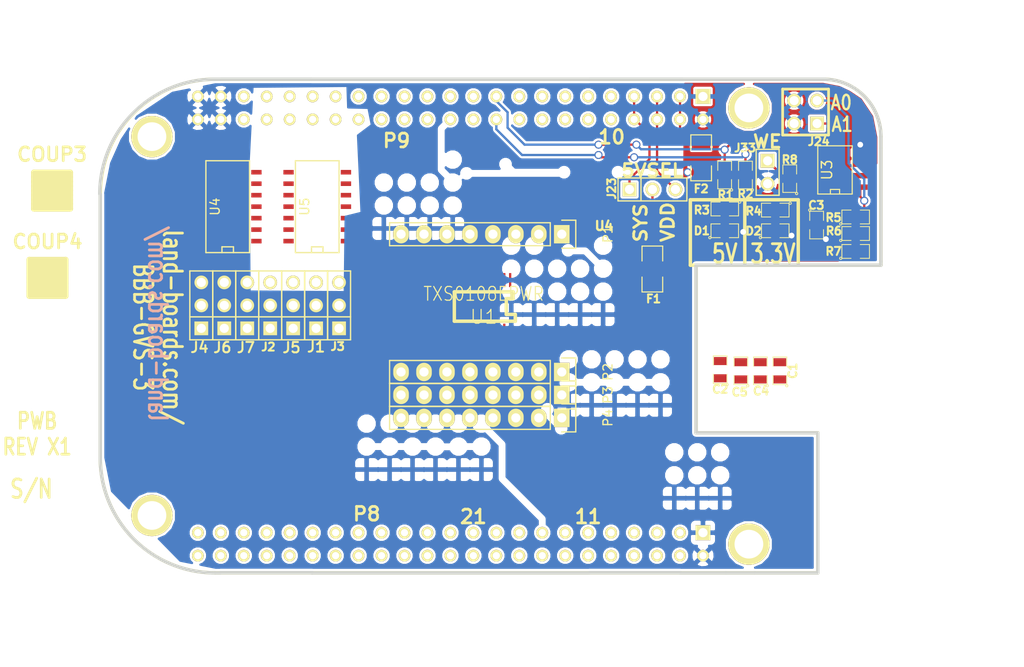
<source format=kicad_pcb>
(kicad_pcb (version 4) (host pcbnew "(after 2015-mar-04 BZR unknown)-product")
  (title_block (title "Prototype cape for BeagleBone") (date "17 aug 2014") (rev 0.3) (company "Jacek Radzikowski <jacek.radzikowski@gmail.com>"))
  (layers (0 Front signal) (31 Back signal) (36 B.SilkS user) (37 F.SilkS user) (38 B.Mask user) (39 F.Mask user) (44 Edge.Cuts user))
  (net 0 "")
  (net 1 GND)
  (net 2 VDD_3V3EXP)
  (net 3 VDD_5V)
  (net 4 VDD_5V-UF)
  (net 5 VDD_3V3-UF)
  (net 6 SYS_5V)
  (net 7 GNDA_ADC)
  (net 8 AIN6)
  (net 9 AIN5)
  (net 10 AIN2)
  (net 11 AIN1)
  (net 12 "Net-(D1-Pad1)")
  (net 13 "Net-(D2-Pad1)")
  (net 14 "Net-(F1-Pad2)")
  (net 15 VDD_ADC)
  (net 16 "Net-(J1-Pad3)")
  (net 17 "Net-(J2-Pad3)")
  (net 18 "Net-(J3-Pad3)")
  (net 19 "Net-(J4-Pad3)")
  (net 20 "/BBB EEPROM Power Etc/A1")
  (net 21 "/BBB EEPROM Power Etc/A0")
  (net 22 "Net-(J33-Pad1)")
  (net 23 "/BBB EEPROM Power Etc/I2C2_SCL")
  (net 24 "/BBB EEPROM Power Etc/I2C2_SDA")
  (net 25 "/BBB EEPROM Power Etc/A2")
  (net 26 +5V)
  (net 27 "/16-bit Translator/VDD_3V3EXP")
  (net 28 AIN4)
  (net 29 AIN3)
  (net 30 AIN0)
  (net 31 "Net-(J5-Pad3)")
  (net 32 "Net-(J6-Pad3)")
  (net 33 "Net-(J7-Pad3)")
  (net 34 "Net-(P2-Pad8)")
  (net 35 "Net-(P2-Pad7)")
  (net 36 "Net-(P2-Pad6)")
  (net 37 "Net-(P2-Pad5)")
  (net 38 "Net-(P2-Pad4)")
  (net 39 "Net-(P2-Pad3)")
  (net 40 "Net-(P2-Pad2)")
  (net 41 "Net-(P2-Pad1)")
  (net 42 "Net-(P1-Pad1)")
  (net 43 "Net-(P1-Pad2)")
  (net 44 "Net-(P1-Pad3)")
  (net 45 "Net-(P1-Pad4)")
  (net 46 "Net-(P1-Pad5)")
  (net 47 "Net-(P1-Pad6)")
  (net 48 "Net-(P1-Pad7)")
  (net 49 "Net-(P1-Pad8)")
  (module SM1206 (layer Front) (at 154.8 73.7 90)
    (fp_text reference F1 (at -3.302 0.127 180) (layer F.SilkS) (effects (font (size 0.889 0.889) (thickness 0.22225))))
    (fp_text value FUSE hide)
    (pad 1 smd rect (at -1.651 0 90) (size 1.524 2.032) (layers Front F.Mask) (net 3 VDD_5V))
    (pad 2 smd rect (at 1.651 0 90) (size 1.524 2.032) (layers Front F.Mask) (net 14 "Net-(F1-Pad2)"))
  )
  (module SM0805 (layer Front) (at 172.974 68.834 270)
    (fp_text reference C3 (at -2.1844 0.03556 360) (layer F.SilkS) (effects (font (size 0.889 0.889) (thickness 0.22225))))
    (fp_text value 1uF hide)
    (pad 1 smd rect (at -0.9525 0 270) (size 0.889 1.397) (layers Front F.Mask) (net 2 VDD_3V3EXP))
    (pad 2 smd rect (at 0.9525 0 270) (size 0.889 1.397) (layers Front F.Mask) (net 1 GND))
  )
  (module SM0805 (layer Front) (at 164.592 84.963 90)
    (fp_text reference C5 (at -2.3495 -0.127 180) (layer F.SilkS) (effects (font (size 0.889 0.889) (thickness 0.22225))))
    (fp_text value 104 hide)
    (pad 1 smd rect (at -0.9525 0 90) (size 0.889 1.397) (layers Front F.Mask) (net 3 VDD_5V))
    (pad 2 smd rect (at 0.9525 0 90) (size 0.889 1.397) (layers Front F.Mask) (net 1 GND))
  )
  (module SM0805 (layer Front) (at 162.306 84.836 90)
    (fp_text reference C2 (at -2.159 0 180) (layer F.SilkS) (effects (font (size 0.889 0.889) (thickness 0.22225))))
    (fp_text value 104 hide)
    (pad 1 smd rect (at -0.9525 0 90) (size 0.889 1.397) (layers Front F.Mask) (net 3 VDD_5V))
    (pad 2 smd rect (at 0.9525 0 90) (size 0.889 1.397) (layers Front F.Mask) (net 1 GND))
  )
  (module SM0805 (layer Front) (at 166.751 84.963 90)
    (fp_text reference C4 (at -2.2352 0.0762 180) (layer F.SilkS) (effects (font (size 0.889 0.889) (thickness 0.22225))))
    (fp_text value 104 hide)
    (pad 1 smd rect (at -0.9525 0 90) (size 0.889 1.397) (layers Front F.Mask) (net 2 VDD_3V3EXP))
    (pad 2 smd rect (at 0.9525 0 90) (size 0.889 1.397) (layers Front F.Mask) (net 1 GND))
  )
  (module SM0805 (layer Front) (at 168.91 84.963 90)
    (fp_text reference C1 (at 0 1.4224 90) (layer F.SilkS) (effects (font (size 0.889 0.889) (thickness 0.22225))))
    (fp_text value 104 hide)
    (pad 1 smd rect (at -0.9525 0 90) (size 0.889 1.397) (layers Front F.Mask) (net 2 VDD_3V3EXP))
    (pad 2 smd rect (at 0.9525 0 90) (size 0.889 1.397) (layers Front F.Mask) (net 1 GND))
  )
  (module SM0805 (layer Front) (at 162.814 69.469)
    (fp_text reference D1 (at -2.54 0) (layer F.SilkS) (effects (font (size 0.889 0.889) (thickness 0.22225))))
    (fp_text value LED hide)
    (pad 1 smd rect (at -0.9525 0) (size 0.889 1.397) (layers Front F.Mask) (net 12 "Net-(D1-Pad1)"))
    (pad 2 smd rect (at 0.9525 0) (size 0.889 1.397) (layers Front F.Mask) (net 1 GND))
  )
  (module SM0805 (layer Front) (at 162.814 67.056 180)
    (fp_text reference R3 (at 2.54 -0.127 180) (layer F.SilkS) (effects (font (size 0.889 0.889) (thickness 0.22225))))
    (fp_text value 330 hide)
    (pad 1 smd rect (at -0.9525 0 180) (size 0.889 1.397) (layers Front F.Mask) (net 3 VDD_5V))
    (pad 2 smd rect (at 0.9525 0 180) (size 0.889 1.397) (layers Front F.Mask) (net 12 "Net-(D1-Pad1)"))
  )
  (module SM0805 (layer Front) (at 165.1 63.3 90)
    (fp_text reference R2 (at -2.1 0 180) (layer F.SilkS) (effects (font (size 0.889 0.889) (thickness 0.22225))))
    (fp_text value 5.6K hide)
    (pad 1 smd rect (at -0.9525 0 90) (size 0.889 1.397) (layers Front F.Mask) (net 2 VDD_3V3EXP))
    (pad 2 smd rect (at 0.9525 0 90) (size 0.889 1.397) (layers Front F.Mask) (net 24 "/BBB EEPROM Power Etc/I2C2_SDA"))
  )
  (module SM0805 (layer Front) (at 162.8 63.3 90)
    (fp_text reference R1 (at -2.2 0.1 180) (layer F.SilkS) (effects (font (size 0.889 0.889) (thickness 0.22225))))
    (fp_text value 5.6K hide)
    (pad 1 smd rect (at -0.9525 0 90) (size 0.889 1.397) (layers Front F.Mask) (net 2 VDD_3V3EXP))
    (pad 2 smd rect (at 0.9525 0 90) (size 0.889 1.397) (layers Front F.Mask) (net 23 "/BBB EEPROM Power Etc/I2C2_SCL"))
  )
  (module SM0805 (layer Front) (at 177.292 69.7738)
    (fp_text reference R6 (at -2.413 -0.2794) (layer F.SilkS) (effects (font (size 0.889 0.889) (thickness 0.22225))))
    (fp_text value 5.6K hide)
    (pad 1 smd rect (at -0.9525 0) (size 0.889 1.397) (layers Front F.Mask) (net 2 VDD_3V3EXP))
    (pad 2 smd rect (at 0.9525 0) (size 0.889 1.397) (layers Front F.Mask) (net 25 "/BBB EEPROM Power Etc/A2"))
  )
  (module SM0805 (layer Front) (at 177.292 71.755)
    (fp_text reference R7 (at -2.44856 -0.01016) (layer F.SilkS) (effects (font (size 0.889 0.889) (thickness 0.22225))))
    (fp_text value 5.6K hide)
    (pad 1 smd rect (at -0.9525 0) (size 0.889 1.397) (layers Front F.Mask) (net 2 VDD_3V3EXP))
    (pad 2 smd rect (at 0.9525 0) (size 0.889 1.397) (layers Front F.Mask) (net 20 "/BBB EEPROM Power Etc/A1"))
  )
  (module SM0805 (layer Front) (at 177.292 67.945)
    (fp_text reference R5 (at -2.44856 0.06604) (layer F.SilkS) (effects (font (size 0.889 0.889) (thickness 0.22225))))
    (fp_text value 5.6K hide)
    (pad 1 smd rect (at -0.9525 0) (size 0.889 1.397) (layers Front F.Mask) (net 2 VDD_3V3EXP))
    (pad 2 smd rect (at 0.9525 0) (size 0.889 1.397) (layers Front F.Mask) (net 21 "/BBB EEPROM Power Etc/A0"))
  )
  (module PIN_ARRAY_3X1 (layer Front) (at 117.602 77.724 90)
    (fp_text reference J1 (at -4.5974 0 180) (layer F.SilkS) (effects (font (size 1.143 1.143) (thickness 0.22225))))
    (fp_text value CONN_3 hide)
    (pad 1 thru_hole rect (at -2.54 0 90) (size 1.524 1.524) (drill 1.016) (layers *.Cu *.Mask F.SilkS) (net 7 GNDA_ADC))
    (pad 2 thru_hole circle (at 0 0 90) (size 1.524 1.524) (drill 1.016) (layers *.Cu *.Mask F.SilkS) (net 15 VDD_ADC))
    (pad 3 thru_hole circle (at 2.54 0 90) (size 1.524 1.524) (drill 1.016) (layers *.Cu *.Mask F.SilkS) (net 16 "Net-(J1-Pad3)"))
  )
  (module PIN_ARRAY_3X1 (layer Front) (at 120.142 77.724 90)
    (fp_text reference J3 (at -4.5466 -0.1524 180) (layer F.SilkS) (effects (font (size 0.889 0.889) (thickness 0.22225))))
    (fp_text value CONN_3 hide)
    (pad 1 thru_hole rect (at -2.54 0 90) (size 1.524 1.524) (drill 1.016) (layers *.Cu *.Mask F.SilkS) (net 7 GNDA_ADC))
    (pad 2 thru_hole circle (at 0 0 90) (size 1.524 1.524) (drill 1.016) (layers *.Cu *.Mask F.SilkS) (net 15 VDD_ADC))
    (pad 3 thru_hole circle (at 2.54 0 90) (size 1.524 1.524) (drill 1.016) (layers *.Cu *.Mask F.SilkS) (net 18 "Net-(J3-Pad3)"))
  )
  (module PIN_ARRAY_3X1 (layer Front) (at 115.062 77.724 90)
    (fp_text reference J5 (at -4.6736 -0.1778 180) (layer F.SilkS) (effects (font (size 1.143 1.143) (thickness 0.22225))))
    (fp_text value CONN_3 hide)
    (pad 1 thru_hole rect (at -2.54 0 90) (size 1.524 1.524) (drill 1.016) (layers *.Cu *.Mask F.SilkS) (net 7 GNDA_ADC))
    (pad 2 thru_hole circle (at 0 0 90) (size 1.524 1.524) (drill 1.016) (layers *.Cu *.Mask F.SilkS) (net 15 VDD_ADC))
    (pad 3 thru_hole circle (at 2.54 0 90) (size 1.524 1.524) (drill 1.016) (layers *.Cu *.Mask F.SilkS) (net 31 "Net-(J5-Pad3)"))
  )
  (module PIN_ARRAY_3X1 (layer Front) (at 107.442 77.724 90)
    (fp_text reference J6 (at -4.664 -0.208 180) (layer F.SilkS) (effects (font (size 1.143 1.143) (thickness 0.22225))))
    (fp_text value CONN_3 hide)
    (pad 1 thru_hole rect (at -2.54 0 90) (size 1.524 1.524) (drill 1.016) (layers *.Cu *.Mask F.SilkS) (net 7 GNDA_ADC))
    (pad 2 thru_hole circle (at 0 0 90) (size 1.524 1.524) (drill 1.016) (layers *.Cu *.Mask F.SilkS) (net 15 VDD_ADC))
    (pad 3 thru_hole circle (at 2.54 0 90) (size 1.524 1.524) (drill 1.016) (layers *.Cu *.Mask F.SilkS) (net 32 "Net-(J6-Pad3)"))
  )
  (module PIN_ARRAY_3X1 (layer Front) (at 104.902 77.724 90)
    (fp_text reference J4 (at -4.6482 -0.2032 180) (layer F.SilkS) (effects (font (size 1.143 1.143) (thickness 0.22225))))
    (fp_text value CONN_3 hide)
    (pad 1 thru_hole rect (at -2.54 0 90) (size 1.524 1.524) (drill 1.016) (layers *.Cu *.Mask F.SilkS) (net 7 GNDA_ADC))
    (pad 2 thru_hole circle (at 0 0 90) (size 1.524 1.524) (drill 1.016) (layers *.Cu *.Mask F.SilkS) (net 15 VDD_ADC))
    (pad 3 thru_hole circle (at 2.54 0 90) (size 1.524 1.524) (drill 1.016) (layers *.Cu *.Mask F.SilkS) (net 19 "Net-(J4-Pad3)"))
  )
  (module PIN_ARRAY_3X1 (layer Front) (at 109.982 77.724 90)
    (fp_text reference J7 (at -4.664 -0.148 180) (layer F.SilkS) (effects (font (size 1.143 1.143) (thickness 0.22225))))
    (fp_text value CONN_3 hide)
    (pad 1 thru_hole rect (at -2.54 0 90) (size 1.524 1.524) (drill 1.016) (layers *.Cu *.Mask F.SilkS) (net 7 GNDA_ADC))
    (pad 2 thru_hole circle (at 0 0 90) (size 1.524 1.524) (drill 1.016) (layers *.Cu *.Mask F.SilkS) (net 15 VDD_ADC))
    (pad 3 thru_hole circle (at 2.54 0 90) (size 1.524 1.524) (drill 1.016) (layers *.Cu *.Mask F.SilkS) (net 33 "Net-(J7-Pad3)"))
  )
  (module PIN_ARRAY_3X1 (layer Front) (at 112.522 77.724 90)
    (fp_text reference J2 (at -4.5974 -0.2032 180) (layer F.SilkS) (effects (font (size 0.889 0.889) (thickness 0.22225))))
    (fp_text value CONN_3 hide)
    (pad 1 thru_hole rect (at -2.54 0 90) (size 1.524 1.524) (drill 1.016) (layers *.Cu *.Mask F.SilkS) (net 7 GNDA_ADC))
    (pad 2 thru_hole circle (at 0 0 90) (size 1.524 1.524) (drill 1.016) (layers *.Cu *.Mask F.SilkS) (net 15 VDD_ADC))
    (pad 3 thru_hole circle (at 2.54 0 90) (size 1.524 1.524) (drill 1.016) (layers *.Cu *.Mask F.SilkS) (net 17 "Net-(J2-Pad3)"))
  )
  (module PIN_ARRAY_2X2 (layer Front) (at 171.7548 56.3372 90)
    (fp_text reference J24 (at -3.2628 1.4452 180) (layer F.SilkS) (effects (font (size 0.889 0.889) (thickness 0.22225))))
    (fp_text value "ADR SEL" hide)
    (pad 1 thru_hole rect (at -1.27 1.27 90) (size 1.524 1.524) (drill 1.016) (layers *.Cu *.Mask F.SilkS) (net 20 "/BBB EEPROM Power Etc/A1"))
    (pad 2 thru_hole circle (at -1.27 -1.27 90) (size 1.524 1.524) (drill 1.016) (layers *.Cu *.Mask F.SilkS) (net 1 GND))
    (pad 3 thru_hole circle (at 1.27 1.27 90) (size 1.524 1.524) (drill 1.016) (layers *.Cu *.Mask F.SilkS) (net 21 "/BBB EEPROM Power Etc/A0"))
    (pad 4 thru_hole circle (at 1.27 -1.27 90) (size 1.524 1.524) (drill 1.016) (layers *.Cu *.Mask F.SilkS) (net 1 GND))
  )
  (module PIN_ARRAY_3X1 (layer Front) (at 154.813 64.897)
    (fp_text reference J23 (at -4.513 -0.097 90) (layer F.SilkS) (effects (font (size 0.889 0.889) (thickness 0.22225))))
    (fp_text value CONN_3 hide)
    (pad 1 thru_hole rect (at -2.54 0) (size 1.524 1.524) (drill 1.016) (layers *.Cu *.Mask F.SilkS))
    (pad 2 thru_hole circle (at 0 0) (size 1.524 1.524) (drill 1.016) (layers *.Cu *.Mask F.SilkS) (net 14 "Net-(F1-Pad2)"))
    (pad 3 thru_hole circle (at 2.54 0) (size 1.524 1.524) (drill 1.016) (layers *.Cu *.Mask F.SilkS))
  )
  (module SM1206 (layer Front) (at 160.2 61.4 90)
    (fp_text reference F2 (at -3.429 0 180) (layer F.SilkS) (effects (font (size 0.889 0.889) (thickness 0.22225))))
    (fp_text value FUSE hide)
    (pad 1 smd rect (at -1.651 0 90) (size 1.524 2.032) (layers Front F.Mask) (net 2 VDD_3V3EXP))
    (pad 2 smd rect (at 1.651 0 90) (size 1.524 2.032) (layers Front F.Mask))
  )
  (module BEAGLEBONE (layer Front) (at 136.906 80.01)
    (fp_text reference BRD1 hide)
    (fp_text value BEAGLEBONE hide)
    (pad M1 thru_hole circle (at -37.465 -20.955) (size 4.572 4.572) (drill 3.175) (layers *.Cu *.Mask F.SilkS))
    (pad M2 thru_hole circle (at 28.575 -24.13) (size 4.572 4.572) (drill 3.175) (layers *.Cu *.Mask F.SilkS))
    (pad M3 thru_hole circle (at 28.575 24.13) (size 4.572 4.572) (drill 3.175) (layers *.Cu *.Mask F.SilkS))
    (pad M4 thru_hole circle (at -37.465 20.955) (size 4.572 4.572) (drill 3.175) (layers *.Cu *.Mask F.SilkS))
    (pad C1 thru_hole rect (at 23.495 -25.4) (size 1.651 1.651) (drill 1.016) (layers *.Cu *.Mask F.SilkS) (net 1 GND))
    (pad C2 thru_hole circle (at 23.495 -22.86) (size 1.30048 1.30048) (drill 0.8001) (layers *.Cu *.Mask F.SilkS) (net 1 GND))
    (pad C3 thru_hole circle (at 20.955 -25.4) (size 1.30048 1.30048) (drill 0.8001) (layers *.Cu *.Mask F.SilkS) (net 5 VDD_3V3-UF))
    (pad C4 thru_hole circle (at 20.955 -22.86) (size 1.30048 1.30048) (drill 0.8001) (layers *.Cu *.Mask F.SilkS) (net 5 VDD_3V3-UF))
    (pad C5 thru_hole circle (at 18.415 -25.4) (size 1.30048 1.30048) (drill 0.8001) (layers *.Cu *.Mask F.SilkS) (net 4 VDD_5V-UF))
    (pad C6 thru_hole circle (at 18.415 -22.86) (size 1.30048 1.30048) (drill 0.8001) (layers *.Cu *.Mask F.SilkS) (net 4 VDD_5V-UF))
    (pad C7 thru_hole circle (at 15.875 -25.4) (size 1.30048 1.30048) (drill 0.8001) (layers *.Cu *.Mask F.SilkS) (net 6 SYS_5V))
    (pad C8 thru_hole circle (at 15.875 -22.86) (size 1.30048 1.30048) (drill 0.8001) (layers *.Cu *.Mask F.SilkS) (net 6 SYS_5V))
    (pad C9 thru_hole circle (at 13.335 -25.4) (size 1.30048 1.30048) (drill 0.8001) (layers *.Cu *.Mask F.SilkS))
    (pad C10 thru_hole circle (at 13.335 -22.86) (size 1.30048 1.30048) (drill 0.8001) (layers *.Cu *.Mask F.SilkS))
    (pad C11 thru_hole circle (at 10.795 -25.4) (size 1.30048 1.30048) (drill 0.8001) (layers *.Cu *.Mask F.SilkS))
    (pad C12 thru_hole circle (at 10.795 -22.86) (size 1.30048 1.30048) (drill 0.8001) (layers *.Cu *.Mask F.SilkS))
    (pad C13 thru_hole circle (at 8.255 -25.4) (size 1.30048 1.30048) (drill 0.8001) (layers *.Cu *.Mask F.SilkS))
    (pad C14 thru_hole circle (at 8.255 -22.86) (size 1.30048 1.30048) (drill 0.8001) (layers *.Cu *.Mask F.SilkS))
    (pad C15 thru_hole circle (at 5.715 -25.4) (size 1.30048 1.30048) (drill 0.8001) (layers *.Cu *.Mask F.SilkS))
    (pad C16 thru_hole circle (at 5.715 -22.86) (size 1.30048 1.30048) (drill 0.8001) (layers *.Cu *.Mask F.SilkS))
    (pad C17 thru_hole circle (at 3.175 -25.4) (size 1.30048 1.30048) (drill 0.8001) (layers *.Cu *.Mask F.SilkS))
    (pad C18 thru_hole circle (at 3.175 -22.86) (size 1.30048 1.30048) (drill 0.8001) (layers *.Cu *.Mask F.SilkS))
    (pad C19 thru_hole circle (at 0.635 -25.4) (size 1.30048 1.30048) (drill 0.8001) (layers *.Cu *.Mask F.SilkS))
    (pad C20 thru_hole circle (at 0.635 -22.86) (size 1.30048 1.30048) (drill 0.8001) (layers *.Cu *.Mask F.SilkS))
    (pad C21 thru_hole circle (at -1.905 -25.4) (size 1.30048 1.30048) (drill 0.8001) (layers *.Cu *.Mask F.SilkS))
    (pad C22 thru_hole circle (at -1.905 -22.86) (size 1.30048 1.30048) (drill 0.8001) (layers *.Cu *.Mask F.SilkS))
    (pad C23 thru_hole circle (at -4.445 -25.4) (size 1.30048 1.30048) (drill 0.8001) (layers *.Cu *.Mask F.SilkS))
    (pad C24 thru_hole circle (at -4.445 -22.86) (size 1.30048 1.30048) (drill 0.8001) (layers *.Cu *.Mask F.SilkS))
    (pad C25 thru_hole circle (at -6.985 -25.4) (size 1.30048 1.30048) (drill 0.8001) (layers *.Cu *.Mask F.SilkS))
    (pad C26 thru_hole circle (at -6.985 -22.86) (size 1.30048 1.30048) (drill 0.8001) (layers *.Cu *.Mask F.SilkS))
    (pad C27 thru_hole circle (at -9.525 -25.4) (size 1.30048 1.30048) (drill 0.8001) (layers *.Cu *.Mask F.SilkS))
    (pad C28 thru_hole circle (at -9.525 -22.86) (size 1.30048 1.30048) (drill 0.8001) (layers *.Cu *.Mask F.SilkS))
    (pad C29 thru_hole circle (at -12.065 -25.4) (size 1.30048 1.30048) (drill 0.8001) (layers *.Cu *.Mask F.SilkS))
    (pad C30 thru_hole circle (at -12.065 -22.86) (size 1.30048 1.30048) (drill 0.8001) (layers *.Cu *.Mask F.SilkS))
    (pad C31 thru_hole circle (at -14.605 -25.4) (size 1.30048 1.30048) (drill 0.8001) (layers *.Cu *.Mask F.SilkS))
    (pad C32 thru_hole circle (at -14.605 -22.86) (size 1.30048 1.30048) (drill 0.8001) (layers *.Cu *.Mask F.SilkS))
    (pad C33 thru_hole circle (at -17.145 -25.4) (size 1.30048 1.30048) (drill 0.8001) (layers *.Cu *.Mask F.SilkS) (net 28 AIN4))
    (pad C34 thru_hole circle (at -17.145 -22.86) (size 1.30048 1.30048) (drill 0.8001) (layers *.Cu *.Mask F.SilkS) (net 7 GNDA_ADC))
    (pad C35 thru_hole circle (at -19.685 -25.4) (size 1.30048 1.30048) (drill 0.8001) (layers *.Cu *.Mask F.SilkS) (net 8 AIN6))
    (pad C36 thru_hole circle (at -19.685 -22.86) (size 1.30048 1.30048) (drill 0.8001) (layers *.Cu *.Mask F.SilkS) (net 9 AIN5))
    (pad C37 thru_hole circle (at -22.225 -25.4) (size 1.30048 1.30048) (drill 0.8001) (layers *.Cu *.Mask F.SilkS) (net 10 AIN2))
    (pad C38 thru_hole circle (at -22.225 -22.86) (size 1.30048 1.30048) (drill 0.8001) (layers *.Cu *.Mask F.SilkS) (net 29 AIN3))
    (pad C39 thru_hole circle (at -24.765 -25.4) (size 1.30048 1.30048) (drill 0.8001) (layers *.Cu *.Mask F.SilkS) (net 30 AIN0))
    (pad C40 thru_hole circle (at -24.765 -22.86) (size 1.30048 1.30048) (drill 0.8001) (layers *.Cu *.Mask F.SilkS) (net 11 AIN1))
    (pad C41 thru_hole circle (at -27.305 -25.4) (size 1.30048 1.30048) (drill 0.8001) (layers *.Cu *.Mask F.SilkS))
    (pad C42 thru_hole circle (at -27.305 -22.86) (size 1.30048 1.30048) (drill 0.8001) (layers *.Cu *.Mask F.SilkS))
    (pad C43 thru_hole circle (at -29.845 -25.4) (size 1.30048 1.30048) (drill 0.8001) (layers *.Cu *.Mask F.SilkS) (net 1 GND))
    (pad C44 thru_hole circle (at -29.845 -22.86) (size 1.30048 1.30048) (drill 0.8001) (layers *.Cu *.Mask F.SilkS) (net 1 GND))
    (pad C45 thru_hole circle (at -32.385 -25.4) (size 1.30048 1.30048) (drill 0.8001) (layers *.Cu *.Mask F.SilkS) (net 1 GND))
    (pad C46 thru_hole circle (at -32.385 -22.86) (size 1.30048 1.30048) (drill 0.8001) (layers *.Cu *.Mask F.SilkS) (net 1 GND))
    (pad B1 thru_hole rect (at 23.495 22.86) (size 1.651 1.651) (drill 1.016) (layers *.Cu *.Mask F.SilkS))
    (pad B2 thru_hole circle (at 23.495 25.4) (size 1.30048 1.30048) (drill 0.8001) (layers *.Cu *.Mask F.SilkS))
    (pad B3 thru_hole circle (at 20.955 22.86) (size 1.30048 1.30048) (drill 0.8001) (layers *.Cu *.Mask F.SilkS))
    (pad B4 thru_hole circle (at 20.955 25.4) (size 1.30048 1.30048) (drill 0.8001) (layers *.Cu *.Mask F.SilkS))
    (pad B5 thru_hole circle (at 18.415 22.86) (size 1.30048 1.30048) (drill 0.8001) (layers *.Cu *.Mask F.SilkS))
    (pad B6 thru_hole circle (at 18.415 25.4) (size 1.30048 1.30048) (drill 0.8001) (layers *.Cu *.Mask F.SilkS))
    (pad B7 thru_hole circle (at 15.875 22.86) (size 1.30048 1.30048) (drill 0.8001) (layers *.Cu *.Mask F.SilkS))
    (pad B8 thru_hole circle (at 15.875 25.4) (size 1.30048 1.30048) (drill 0.8001) (layers *.Cu *.Mask F.SilkS))
    (pad B9 thru_hole circle (at 13.335 22.86) (size 1.30048 1.30048) (drill 0.8001) (layers *.Cu *.Mask F.SilkS))
    (pad B10 thru_hole circle (at 13.335 25.4) (size 1.30048 1.30048) (drill 0.8001) (layers *.Cu *.Mask F.SilkS))
    (pad B11 thru_hole circle (at 10.795 22.86) (size 1.30048 1.30048) (drill 0.8001) (layers *.Cu *.Mask F.SilkS))
    (pad B12 thru_hole circle (at 10.795 25.4) (size 1.30048 1.30048) (drill 0.8001) (layers *.Cu *.Mask F.SilkS))
    (pad B13 thru_hole circle (at 8.255 22.86) (size 1.30048 1.30048) (drill 0.8001) (layers *.Cu *.Mask F.SilkS))
    (pad B14 thru_hole circle (at 8.255 25.4) (size 1.30048 1.30048) (drill 0.8001) (layers *.Cu *.Mask F.SilkS))
    (pad B15 thru_hole circle (at 5.715 22.86) (size 1.30048 1.30048) (drill 0.8001) (layers *.Cu *.Mask F.SilkS))
    (pad B16 thru_hole circle (at 5.715 25.4) (size 1.30048 1.30048) (drill 0.8001) (layers *.Cu *.Mask F.SilkS))
    (pad B17 thru_hole circle (at 3.175 22.86) (size 1.30048 1.30048) (drill 0.8001) (layers *.Cu *.Mask F.SilkS))
    (pad B18 thru_hole circle (at 3.175 25.4) (size 1.30048 1.30048) (drill 0.8001) (layers *.Cu *.Mask F.SilkS))
    (pad B19 thru_hole circle (at 0.635 22.86) (size 1.30048 1.30048) (drill 0.8001) (layers *.Cu *.Mask F.SilkS))
    (pad B20 thru_hole circle (at 0.635 25.4) (size 1.30048 1.30048) (drill 0.8001) (layers *.Cu *.Mask F.SilkS))
    (pad B21 thru_hole circle (at -1.905 22.86) (size 1.30048 1.30048) (drill 0.8001) (layers *.Cu *.Mask F.SilkS))
    (pad B22 thru_hole circle (at -1.905 25.4) (size 1.30048 1.30048) (drill 0.8001) (layers *.Cu *.Mask F.SilkS))
    (pad B23 thru_hole circle (at -4.445 22.86) (size 1.30048 1.30048) (drill 0.8001) (layers *.Cu *.Mask F.SilkS))
    (pad B24 thru_hole circle (at -4.445 25.4) (size 1.30048 1.30048) (drill 0.8001) (layers *.Cu *.Mask F.SilkS))
    (pad B25 thru_hole circle (at -6.985 22.86) (size 1.30048 1.30048) (drill 0.8001) (layers *.Cu *.Mask F.SilkS))
    (pad B26 thru_hole circle (at -6.985 25.4) (size 1.30048 1.30048) (drill 0.8001) (layers *.Cu *.Mask F.SilkS))
    (pad B27 thru_hole circle (at -9.525 22.86) (size 1.30048 1.30048) (drill 0.8001) (layers *.Cu *.Mask F.SilkS))
    (pad B28 thru_hole circle (at -9.525 25.4) (size 1.30048 1.30048) (drill 0.8001) (layers *.Cu *.Mask F.SilkS))
    (pad B29 thru_hole circle (at -12.065 22.86) (size 1.30048 1.30048) (drill 0.8001) (layers *.Cu *.Mask F.SilkS))
    (pad B30 thru_hole circle (at -12.065 25.4) (size 1.30048 1.30048) (drill 0.8001) (layers *.Cu *.Mask F.SilkS))
    (pad B31 thru_hole circle (at -14.605 22.86) (size 1.30048 1.30048) (drill 0.8001) (layers *.Cu *.Mask F.SilkS))
    (pad B32 thru_hole circle (at -14.605 25.4) (size 1.30048 1.30048) (drill 0.8001) (layers *.Cu *.Mask F.SilkS))
    (pad B33 thru_hole circle (at -17.145 22.86) (size 1.30048 1.30048) (drill 0.8001) (layers *.Cu *.Mask F.SilkS))
    (pad B34 thru_hole circle (at -17.145 25.4) (size 1.30048 1.30048) (drill 0.8001) (layers *.Cu *.Mask F.SilkS))
    (pad B35 thru_hole circle (at -19.685 22.86) (size 1.30048 1.30048) (drill 0.8001) (layers *.Cu *.Mask F.SilkS))
    (pad B36 thru_hole circle (at -19.685 25.4) (size 1.30048 1.30048) (drill 0.8001) (layers *.Cu *.Mask F.SilkS))
    (pad B37 thru_hole circle (at -22.225 22.86) (size 1.30048 1.30048) (drill 0.8001) (layers *.Cu *.Mask F.SilkS))
    (pad B38 thru_hole circle (at -22.225 25.4) (size 1.30048 1.30048) (drill 0.8001) (layers *.Cu *.Mask F.SilkS))
    (pad B39 thru_hole circle (at -24.765 22.86) (size 1.30048 1.30048) (drill 0.8001) (layers *.Cu *.Mask F.SilkS))
    (pad B40 thru_hole circle (at -24.765 25.4) (size 1.30048 1.30048) (drill 0.8001) (layers *.Cu *.Mask F.SilkS))
    (pad B41 thru_hole circle (at -27.305 22.86) (size 1.30048 1.30048) (drill 0.8001) (layers *.Cu *.Mask F.SilkS))
    (pad B42 thru_hole circle (at -27.305 25.4) (size 1.30048 1.30048) (drill 0.8001) (layers *.Cu *.Mask F.SilkS))
    (pad B43 thru_hole circle (at -29.845 22.86) (size 1.30048 1.30048) (drill 0.8001) (layers *.Cu *.Mask F.SilkS))
    (pad B44 thru_hole circle (at -29.845 25.4) (size 1.30048 1.30048) (drill 0.8001) (layers *.Cu *.Mask F.SilkS))
    (pad B45 thru_hole circle (at -32.385 22.86) (size 1.30048 1.30048) (drill 0.8001) (layers *.Cu *.Mask F.SilkS))
    (pad B46 thru_hole circle (at -32.385 25.4) (size 1.30048 1.30048) (drill 0.8001) (layers *.Cu *.Mask F.SilkS))
  )
  (module SM0805 (layer Front) (at 168.402 69.469)
    (fp_text reference D2 (at -2.402 0.031) (layer F.SilkS) (effects (font (size 0.889 0.889) (thickness 0.22225))))
    (fp_text value LED hide)
    (pad 1 smd rect (at -0.9525 0) (size 0.889 1.397) (layers Front F.Mask) (net 13 "Net-(D2-Pad1)"))
    (pad 2 smd rect (at 0.9525 0) (size 0.889 1.397) (layers Front F.Mask) (net 1 GND))
  )
  (module SM0805 (layer Front) (at 168.402 67.183 180)
    (fp_text reference R4 (at 2.402 -0.117 180) (layer F.SilkS) (effects (font (size 0.889 0.889) (thickness 0.22225))))
    (fp_text value 120 hide)
    (pad 1 smd rect (at -0.9525 0 180) (size 0.889 1.397) (layers Front F.Mask) (net 2 VDD_3V3EXP))
    (pad 2 smd rect (at 0.9525 0 180) (size 0.889 1.397) (layers Front F.Mask) (net 13 "Net-(D2-Pad1)"))
  )
  (module SM0805 (layer Front) (at 170 63.7 90)
    (fp_text reference R8 (at 2.1 0 180) (layer F.SilkS) (effects (font (size 0.889 0.889) (thickness 0.22225))))
    (fp_text value 5.6K hide)
    (pad 1 smd rect (at -0.9525 0 90) (size 0.889 1.397) (layers Front F.Mask) (net 2 VDD_3V3EXP))
    (pad 2 smd rect (at 0.9525 0 90) (size 0.889 1.397) (layers Front F.Mask) (net 22 "Net-(J33-Pad1)"))
  )
  (module PIN_ARRAY_2X1 (layer Front) (at 167.55364 63.00216 270)
    (fp_text reference J33 (at -2.7 2.5 360) (layer F.SilkS) (effects (font (size 0.889 0.889) (thickness 0.22225))))
    (fp_text value CONN_2 hide)
    (pad 1 thru_hole rect (at -1.27 0 270) (size 1.524 1.524) (drill 1.016) (layers *.Cu *.Mask F.SilkS) (net 22 "Net-(J33-Pad1)"))
    (pad 2 thru_hole circle (at 1.27 0 270) (size 1.524 1.524) (drill 1.016) (layers *.Cu *.Mask F.SilkS) (net 1 GND))
  )
  (module REV_BLOCK (layer Front) (at 88.392 65.024)
    (fp_text reference COUP3 (at 0 -4) (layer F.SilkS) (effects (font (thickness 0.3048))))
    (fp_text value COUPON hide)
  )
  (module REV_BLOCK (layer Front) (at 87.884 74.676)
    (fp_text reference COUP4 (at 0 -4) (layer F.SilkS) (effects (font (thickness 0.3048))))
    (fp_text value COUPON hide)
  )
  (module FIDUCIAL (layer Front) (at 170.434 104.394)
    (fp_text reference FID3 hide)
    (fp_text value CONN_1 hide)
    (pad 1 smd circle (at 0 0) (size 1 1) (layers Front F.Mask) (clearance 1))
  )
  (module FIDUCIAL (layer Front) (at 136.8806 117.505501)
    (fp_text reference FID4 hide)
    (fp_text value CONN_1 hide)
    (pad 1 smd circle (at -39.5986 -53.497501) (size 1 1) (layers Front F.Mask) (clearance 1))
  )
  (module SOG20 (layer Front) (at 136.144 77.724 180)
    (fp_text reference U1 (at 0 -1.27 180) (layer F.SilkS) (effects (font (thickness 0.127))))
    (fp_text value TXS0108EPWR (at 0 1.27 180) (layer F.SilkS) (effects (font (size 1.524 1.27) (thickness 0.127))))
    (pad 11 smd rect (at 2.95 -2.8 180) (size 0.25 1.55) (layers Front F.Mask) (net 1 GND))
    (pad 12 smd rect (at 2.275 -2.8 180) (size 0.25 1.55) (layers Front F.Mask) (net 34 "Net-(P2-Pad8)"))
    (pad 13 smd rect (at 1.625 -2.8 180) (size 0.25 1.55) (layers Front F.Mask) (net 35 "Net-(P2-Pad7)"))
    (pad 14 smd rect (at 0.975 -2.8 180) (size 0.25 1.55) (layers Front F.Mask) (net 36 "Net-(P2-Pad6)"))
    (pad 15 smd rect (at 0.325 -2.8 180) (size 0.25 1.55) (layers Front F.Mask) (net 37 "Net-(P2-Pad5)"))
    (pad 16 smd rect (at -0.325 -2.8 180) (size 0.25 1.55) (layers Front F.Mask) (net 38 "Net-(P2-Pad4)"))
    (pad 17 smd rect (at -0.975 -2.8 180) (size 0.25 1.55) (layers Front F.Mask) (net 39 "Net-(P2-Pad3)"))
    (pad 18 smd rect (at -1.625 -2.8 180) (size 0.25 1.55) (layers Front F.Mask) (net 40 "Net-(P2-Pad2)"))
    (pad 19 smd rect (at -2.275 -2.8 180) (size 0.25 1.55) (layers Front F.Mask) (net 26 +5V))
    (pad 20 smd rect (at -2.925 -2.8 180) (size 0.25 1.55) (layers Front F.Mask) (net 41 "Net-(P2-Pad1)"))
    (pad 1 smd rect (at -2.925 2.8 180) (size 0.25 1.55) (layers Front F.Mask) (net 42 "Net-(P1-Pad1)"))
    (pad 2 smd rect (at -2.275 2.8 180) (size 0.25 1.55) (layers Front F.Mask) (net 27 "/16-bit Translator/VDD_3V3EXP"))
    (pad 3 smd rect (at -1.625 2.8 180) (size 0.25 1.55) (layers Front F.Mask) (net 43 "Net-(P1-Pad2)"))
    (pad 4 smd rect (at -0.975 2.8 180) (size 0.25 1.55) (layers Front F.Mask) (net 44 "Net-(P1-Pad3)"))
    (pad 5 smd rect (at -0.325 2.8 180) (size 0.25 1.55) (layers Front F.Mask) (net 45 "Net-(P1-Pad4)"))
    (pad 6 smd rect (at 0.325 2.8 180) (size 0.25 1.55) (layers Front F.Mask) (net 46 "Net-(P1-Pad5)"))
    (pad 7 smd rect (at 0.975 2.8 180) (size 0.25 1.55) (layers Front F.Mask) (net 47 "Net-(P1-Pad6)"))
    (pad 8 smd rect (at 1.625 2.8 180) (size 0.25 1.55) (layers Front F.Mask) (net 48 "Net-(P1-Pad7)"))
    (pad 9 smd rect (at 2.275 2.8 180) (size 0.25 1.55) (layers Front F.Mask) (net 49 "Net-(P1-Pad8)"))
    (pad 10 smd rect (at 2.925 2.8 180) (size 0.25 1.55) (layers Front F.Mask) (net 27 "/16-bit Translator/VDD_3V3EXP"))
  )
  (module dougsLib:SO8E-wider (layer Front) (at 175.006 62.738 90)
    (fp_text reference U3 (at 0 -0.889 90) (layer F.SilkS) (effects (font (size 1.143 1.143) (thickness 0.1524))))
    (fp_text value I2C-EEPROM hide)
    (pad 8 smd rect (at -1.905 -2.794 90) (size 0.59944 1.651) (layers Front F.Mask) (net 2 VDD_3V3EXP))
    (pad 1 smd rect (at -1.905 2.794 90) (size 0.59944 1.651) (layers Front F.Mask) (net 21 "/BBB EEPROM Power Etc/A0"))
    (pad 7 smd rect (at -0.635 -2.794 90) (size 0.59944 1.651) (layers Front F.Mask) (net 22 "Net-(J33-Pad1)"))
    (pad 6 smd rect (at 0.635 -2.794 90) (size 0.59944 1.651) (layers Front F.Mask) (net 23 "/BBB EEPROM Power Etc/I2C2_SCL"))
    (pad 5 smd rect (at 1.905 -2.794 90) (size 0.59944 1.651) (layers Front F.Mask) (net 24 "/BBB EEPROM Power Etc/I2C2_SDA"))
    (pad 2 smd rect (at -0.635 2.794 90) (size 0.59944 1.651) (layers Front F.Mask) (net 20 "/BBB EEPROM Power Etc/A1"))
    (pad 3 smd rect (at 0.635 2.794 90) (size 0.59944 1.651) (layers Front F.Mask) (net 25 "/BBB EEPROM Power Etc/A2"))
    (pad 4 smd rect (at 1.905 2.794 90) (size 0.59944 1.651) (layers Front F.Mask) (net 1 GND))
  )
  (module SMD_Packages:SOIC-14_N (layer Front) (at 117.602 66.802 90)
    (fp_text reference U5 (at 0 -1.27 90) (layer F.SilkS))
    (fp_text value LM324AN)
    (pad 1 smd rect (at -3.81 3.302 90) (size 0.508 1.143) (layers Front F.Mask) (net 8 AIN6))
    (pad 2 smd rect (at -2.54 3.302 90) (size 0.508 1.143) (layers Front F.Mask) (net 8 AIN6))
    (pad 3 smd rect (at -1.27 3.302 90) (size 0.508 1.143) (layers Front F.Mask) (net 16 "Net-(J1-Pad3)"))
    (pad 4 smd rect (at 0 3.302 90) (size 0.508 1.143) (layers Front F.Mask) (net 15 VDD_ADC))
    (pad 5 smd rect (at 1.27 3.302 90) (size 0.508 1.143) (layers Front F.Mask) (net 18 "Net-(J3-Pad3)"))
    (pad 6 smd rect (at 2.54 3.302 90) (size 0.508 1.143) (layers Front F.Mask) (net 9 AIN5))
    (pad 7 smd rect (at 3.81 3.302 90) (size 0.508 1.143) (layers Front F.Mask) (net 9 AIN5))
    (pad 8 smd rect (at 3.81 -3.048 90) (size 0.508 1.143) (layers Front F.Mask) (net 28 AIN4))
    (pad 9 smd rect (at 2.54 -3.048 90) (size 0.508 1.143) (layers Front F.Mask) (net 28 AIN4))
    (pad 11 smd rect (at 0 -3.048 90) (size 0.508 1.143) (layers Front F.Mask) (net 7 GNDA_ADC))
    (pad 12 smd rect (at -1.27 -3.048 90) (size 0.508 1.143) (layers Front F.Mask))
    (pad 13 smd rect (at -2.54 -3.048 90) (size 0.508 1.143) (layers Front F.Mask))
    (pad 14 smd rect (at -3.81 -3.048 90) (size 0.508 1.143) (layers Front F.Mask))
    (pad 10 smd rect (at 1.27 -3.048 90) (size 0.508 1.143) (layers Front F.Mask) (net 31 "Net-(J5-Pad3)"))
  )
  (module SMD_Packages:SOIC-14_N (layer Front) (at 107.696 66.802 90)
    (fp_text reference U4 (at 0 -1.27 90) (layer F.SilkS))
    (fp_text value LM324AN)
    (pad 1 smd rect (at -3.81 3.302 90) (size 0.508 1.143) (layers Front F.Mask) (net 29 AIN3))
    (pad 2 smd rect (at -2.54 3.302 90) (size 0.508 1.143) (layers Front F.Mask) (net 29 AIN3))
    (pad 3 smd rect (at -1.27 3.302 90) (size 0.508 1.143) (layers Front F.Mask) (net 33 "Net-(J7-Pad3)"))
    (pad 4 smd rect (at 0 3.302 90) (size 0.508 1.143) (layers Front F.Mask) (net 15 VDD_ADC))
    (pad 5 smd rect (at 1.27 3.302 90) (size 0.508 1.143) (layers Front F.Mask) (net 17 "Net-(J2-Pad3)"))
    (pad 6 smd rect (at 2.54 3.302 90) (size 0.508 1.143) (layers Front F.Mask) (net 10 AIN2))
    (pad 7 smd rect (at 3.81 3.302 90) (size 0.508 1.143) (layers Front F.Mask) (net 10 AIN2))
    (pad 8 smd rect (at 3.81 -3.048 90) (size 0.508 1.143) (layers Front F.Mask) (net 11 AIN1))
    (pad 9 smd rect (at 2.54 -3.048 90) (size 0.508 1.143) (layers Front F.Mask) (net 11 AIN1))
    (pad 11 smd rect (at 0 -3.048 90) (size 0.508 1.143) (layers Front F.Mask) (net 7 GNDA_ADC))
    (pad 12 smd rect (at -1.27 -3.048 90) (size 0.508 1.143) (layers Front F.Mask) (net 32 "Net-(J6-Pad3)"))
    (pad 13 smd rect (at -2.54 -3.048 90) (size 0.508 1.143) (layers Front F.Mask) (net 30 AIN0))
    (pad 14 smd rect (at -3.81 -3.048 90) (size 0.508 1.143) (layers Front F.Mask) (net 30 AIN0))
    (pad 10 smd rect (at 1.27 -3.048 90) (size 0.508 1.143) (layers Front F.Mask) (net 19 "Net-(J4-Pad3)"))
  )
  (module Pin_Headers:Pin_Header_Straight_1x08 (layer Front) (at 144.78 69.85 270)
    (fp_text reference P1 (at 0 -5.1 270) (layer F.SilkS))
    (fp_text value CONN_8)
    (pad 1 thru_hole rect (at 0 0 270) (size 2.032 1.7272) (drill 1.016) (layers *.Cu *.Mask F.SilkS) (net 42 "Net-(P1-Pad1)"))
    (pad 2 thru_hole oval (at 0 2.54 270) (size 2.032 1.7272) (drill 1.016) (layers *.Cu *.Mask F.SilkS) (net 43 "Net-(P1-Pad2)"))
    (pad 3 thru_hole oval (at 0 5.08 270) (size 2.032 1.7272) (drill 1.016) (layers *.Cu *.Mask F.SilkS) (net 44 "Net-(P1-Pad3)"))
    (pad 4 thru_hole oval (at 0 7.62 270) (size 2.032 1.7272) (drill 1.016) (layers *.Cu *.Mask F.SilkS) (net 45 "Net-(P1-Pad4)"))
    (pad 5 thru_hole oval (at 0 10.16 270) (size 2.032 1.7272) (drill 1.016) (layers *.Cu *.Mask F.SilkS) (net 46 "Net-(P1-Pad5)"))
    (pad 6 thru_hole oval (at 0 12.7 270) (size 2.032 1.7272) (drill 1.016) (layers *.Cu *.Mask F.SilkS) (net 47 "Net-(P1-Pad6)"))
    (pad 7 thru_hole oval (at 0 15.24 270) (size 2.032 1.7272) (drill 1.016) (layers *.Cu *.Mask F.SilkS) (net 48 "Net-(P1-Pad7)"))
    (pad 8 thru_hole oval (at 0 17.78 270) (size 2.032 1.7272) (drill 1.016) (layers *.Cu *.Mask F.SilkS) (net 49 "Net-(P1-Pad8)"))
  )
  (module Pin_Headers:Pin_Header_Straight_1x08 (layer Front) (at 144.78 85.09 270)
    (fp_text reference P2 (at 0 -5.1 270) (layer F.SilkS))
    (fp_text value CONN_8)
    (pad 1 thru_hole rect (at 0 0 270) (size 2.032 1.7272) (drill 1.016) (layers *.Cu *.Mask F.SilkS) (net 41 "Net-(P2-Pad1)"))
    (pad 2 thru_hole oval (at 0 2.54 270) (size 2.032 1.7272) (drill 1.016) (layers *.Cu *.Mask F.SilkS) (net 40 "Net-(P2-Pad2)"))
    (pad 3 thru_hole oval (at 0 5.08 270) (size 2.032 1.7272) (drill 1.016) (layers *.Cu *.Mask F.SilkS) (net 39 "Net-(P2-Pad3)"))
    (pad 4 thru_hole oval (at 0 7.62 270) (size 2.032 1.7272) (drill 1.016) (layers *.Cu *.Mask F.SilkS) (net 38 "Net-(P2-Pad4)"))
    (pad 5 thru_hole oval (at 0 10.16 270) (size 2.032 1.7272) (drill 1.016) (layers *.Cu *.Mask F.SilkS) (net 37 "Net-(P2-Pad5)"))
    (pad 6 thru_hole oval (at 0 12.7 270) (size 2.032 1.7272) (drill 1.016) (layers *.Cu *.Mask F.SilkS) (net 36 "Net-(P2-Pad6)"))
    (pad 7 thru_hole oval (at 0 15.24 270) (size 2.032 1.7272) (drill 1.016) (layers *.Cu *.Mask F.SilkS) (net 35 "Net-(P2-Pad7)"))
    (pad 8 thru_hole oval (at 0 17.78 270) (size 2.032 1.7272) (drill 1.016) (layers *.Cu *.Mask F.SilkS) (net 34 "Net-(P2-Pad8)"))
  )
  (module Pin_Headers:Pin_Header_Straight_1x08 (layer Front) (at 144.78 87.63 270)
    (fp_text reference P3 (at 0 -5.1 270) (layer F.SilkS))
    (fp_text value CONN_8)
    (pad 1 thru_hole rect (at 0 0 270) (size 2.032 1.7272) (drill 1.016) (layers *.Cu *.Mask F.SilkS) (net 26 +5V))
    (pad 2 thru_hole oval (at 0 2.54 270) (size 2.032 1.7272) (drill 1.016) (layers *.Cu *.Mask F.SilkS) (net 26 +5V))
    (pad 3 thru_hole oval (at 0 5.08 270) (size 2.032 1.7272) (drill 1.016) (layers *.Cu *.Mask F.SilkS) (net 26 +5V))
    (pad 4 thru_hole oval (at 0 7.62 270) (size 2.032 1.7272) (drill 1.016) (layers *.Cu *.Mask F.SilkS) (net 26 +5V))
    (pad 5 thru_hole oval (at 0 10.16 270) (size 2.032 1.7272) (drill 1.016) (layers *.Cu *.Mask F.SilkS) (net 26 +5V))
    (pad 6 thru_hole oval (at 0 12.7 270) (size 2.032 1.7272) (drill 1.016) (layers *.Cu *.Mask F.SilkS) (net 26 +5V))
    (pad 7 thru_hole oval (at 0 15.24 270) (size 2.032 1.7272) (drill 1.016) (layers *.Cu *.Mask F.SilkS) (net 26 +5V))
    (pad 8 thru_hole oval (at 0 17.78 270) (size 2.032 1.7272) (drill 1.016) (layers *.Cu *.Mask F.SilkS) (net 26 +5V))
  )
  (module Pin_Headers:Pin_Header_Straight_1x08 (layer Front) (at 144.78 90.17 270)
    (fp_text reference P4 (at 0 -5.1 270) (layer F.SilkS))
    (fp_text value CONN_8)
    (pad 1 thru_hole rect (at 0 0 270) (size 2.032 1.7272) (drill 1.016) (layers *.Cu *.Mask F.SilkS) (net 1 GND))
    (pad 2 thru_hole oval (at 0 2.54 270) (size 2.032 1.7272) (drill 1.016) (layers *.Cu *.Mask F.SilkS) (net 1 GND))
    (pad 3 thru_hole oval (at 0 5.08 270) (size 2.032 1.7272) (drill 1.016) (layers *.Cu *.Mask F.SilkS) (net 1 GND))
    (pad 4 thru_hole oval (at 0 7.62 270) (size 2.032 1.7272) (drill 1.016) (layers *.Cu *.Mask F.SilkS) (net 1 GND))
    (pad 5 thru_hole oval (at 0 10.16 270) (size 2.032 1.7272) (drill 1.016) (layers *.Cu *.Mask F.SilkS) (net 1 GND))
    (pad 6 thru_hole oval (at 0 12.7 270) (size 2.032 1.7272) (drill 1.016) (layers *.Cu *.Mask F.SilkS) (net 1 GND))
    (pad 7 thru_hole oval (at 0 15.24 270) (size 2.032 1.7272) (drill 1.016) (layers *.Cu *.Mask F.SilkS) (net 1 GND))
    (pad 8 thru_hole oval (at 0 17.78 270) (size 2.032 1.7272) (drill 1.016) (layers *.Cu *.Mask F.SilkS) (net 1 GND))
  )
  (gr_text 10 (at 150.3 59.1) (layer F.SilkS) (effects (font (thickness 0.3048))))
  (gr_text P8 (at 123.2 100.8) (layer F.SilkS) (effects (font (thickness 0.3048))))
  (gr_text P9 (at 126.5 59.5) (layer F.SilkS) (effects (font (thickness 0.3048))))
  (gr_text 11 (at 147.7 101.1) (layer F.SilkS) (effects (font (thickness 0.3048))))
  (gr_text 21 (at 135 101.1) (layer F.SilkS) (effects (font (thickness 0.3048))))
  (gr_text 5VSEL (at 154.8 62.8) (layer F.SilkS) (effects (font (size 1.397 1.524) (thickness 0.3048))))
  (gr_text VDD (at 156.5 68.5 90) (layer F.SilkS) (effects (font (size 1.397 1.524) (thickness 0.3048))))
  (gr_text SYS (at 153.5 68.6 90) (layer F.SilkS) (effects (font (size 1.397 1.524) (thickness 0.3048))))
  (gr_text WE (at 167.52824 59.59856) (layer F.SilkS) (effects (font (size 1.397 1.524) (thickness 0.3048))))
  (gr_line (start 159.004 73.279) (end 159.639 73.279) (angle 90) (layer F.SilkS) (width 0.381))
  (gr_line (start 159.004 66.04) (end 159.004 73.279) (angle 90) (layer F.SilkS) (width 0.381))
  (gr_line (start 165.227 66.04) (end 159.004 66.04) (angle 90) (layer F.SilkS) (width 0.381))
  (gr_line (start 165.027 66.04) (end 165.027 73.279) (angle 90) (layer F.SilkS) (width 0.381))
  (gr_line (start 170.942 66.04) (end 165.227 66.04) (angle 90) (layer F.SilkS) (width 0.381))
  (gr_line (start 170.942 73.025) (end 170.942 66.04) (angle 90) (layer F.SilkS) (width 0.381))
  (gr_line (start 123.19 52.705) (end 123.317 52.705) (angle 90) (layer F.SilkS) (width 0.381))
  (gr_line (start 110.744 52.705) (end 110.871 52.705) (angle 90) (layer F.SilkS) (width 0.381))
  (gr_text 3.3V (at 168.148 72.009) (layer F.SilkS) (effects (font (size 2.032 1.524) (thickness 0.3048))))
  (gr_text 5V (at 162.814 72.009) (layer F.SilkS) (effects (font (size 2.032 1.524) (thickness 0.3048))))
  (gr_text "PWB\nREV X1" (at 86.741 91.948) (layer F.SilkS) (effects (font (size 1.778 1.397) (thickness 0.3048))))
  (gr_text land-boards.com/ (at 100.076 79.756 270) (layer B.SilkS) (effects (font (size 2.032 1.524) (thickness 0.3048)) (justify mirror)))
  (gr_text S/N (at 86.106 98.044) (layer F.SilkS) (effects (font (size 2.032 1.524) (thickness 0.3048))))
  (gr_text "land-boards.com/\nBBB-GVS-3" (at 100.076 80.137 270) (layer F.SilkS) (effects (font (size 2.032 1.524) (thickness 0.3048))))
  (gr_text U4 (at 149.4536 68.9356) (layer F.SilkS) (effects (font (size 1 1) (thickness 0.25))))
  (gr_line (start 147.8 107.3) (end 157.9 107.3) (angle 90) (layer Edge.Cuts) (width 0.381))
  (gr_line (start 107 107.3) (end 117.2 107.3) (angle 90) (layer Edge.Cuts) (width 0.381))
  (gr_line (start 107.1 52.7) (end 117.1 52.7) (angle 90) (layer Edge.Cuts) (width 0.381))
  (gr_line (start 158.2 52.7) (end 147.8 52.7) (angle 90) (layer Edge.Cuts) (width 0.381))
  (gr_text A1 (at 175.8 57.7) (layer F.SilkS) (effects (font (size 1.5875 1.27) (thickness 0.25146))))
  (gr_text A0 (at 175.7 55.3) (layer F.SilkS) (effects (font (size 1.59004 1.27) (thickness 0.25146))))
  (gr_line (start 147.828 52.705) (end 117.094 52.705) (angle 90) (layer Edge.Cuts) (width 0.381))
  (gr_line (start 117.094 107.315) (end 117.221 107.315) (angle 90) (layer Edge.Cuts) (width 0.381))
  (gr_line (start 117.094 107.315) (end 147.828 107.315) (angle 90) (layer Edge.Cuts) (width 0.381))
  (gr_line (start 173.101 91.821) (end 159.639 91.821) (angle 90) (layer Edge.Cuts) (width 0.381))
  (gr_line (start 173.101 107.315) (end 166.116 107.315) (angle 90) (layer Edge.Cuts) (width 0.381))
  (gr_line (start 173.101 107.315) (end 173.101 91.948) (angle 90) (layer Edge.Cuts) (width 0.381))
  (gr_line (start 107.061 52.705) (end 106.172 52.705) (angle 90) (layer Edge.Cuts) (width 0.381))
  (gr_line (start 157.734 52.705) (end 162.941 52.705) (angle 90) (layer Edge.Cuts) (width 0.381))
  (gr_line (start 162.941 107.315) (end 157.861 107.315) (angle 90) (layer Edge.Cuts) (width 0.381))
  (gr_line (start 106.426 107.315) (end 107.061 107.315) (angle 90) (layer Edge.Cuts) (width 0.381))
  (gr_line (start 162.941 107.315) (end 166.116 107.315) (angle 90) (layer Edge.Cuts) (width 0.381))
  (gr_line (start 162.941 52.705) (end 166.116 52.705) (angle 90) (layer Edge.Cuts) (width 0.381))
  (gr_line (start 159.639 73.279) (end 159.639 91.821) (angle 90) (layer Edge.Cuts) (width 0.381))
  (gr_line (start 180.086 73.279) (end 159.639 73.279) (angle 90) (layer Edge.Cuts) (width 0.381))
  (gr_line (start 180.086 72.771) (end 180.086 73.279) (angle 90) (layer Edge.Cuts) (width 0.381))
  (gr_line (start 165.862 52.705) (end 173.736 52.705) (angle 90) (layer Edge.Cuts) (width 0.381))
  (gr_line (start 93.726 65.405) (end 93.726 94.615) (angle 90) (layer Edge.Cuts) (width 0.381))
  (gr_line (start 180.086 59.055) (end 180.086 72.898) (angle 90) (layer Edge.Cuts) (width 0.381))
  (gr_arc (start 173.736 59.055) (end 173.736 52.705) (angle 90) (layer Edge.Cuts) (width 0.381))
  (gr_arc (start 106.426 94.615) (end 106.426 107.315) (angle 90) (layer Edge.Cuts) (width 0.381))
  (gr_arc (start 106.3752 65.405) (end 93.6752 65.405) (angle 90) (layer Edge.Cuts) (width 0.381))
  (segment (start 147.701 105.41) (end 147.701 105.3846) (width 0.254) (layer Front) (net 0))
  (segment (start 145.161 105.41) (end 145.161 105.2576) (width 0.254) (layer Front) (net 0))
  (segment (start 152.781 105.41) (end 152.781 105.0544) (width 0.254) (layer Front) (net 0))
  (segment (start 152.501 102.59) (end 152.781 102.87) (width 0.254) (layer Front) (net 0))
  (segment (start 130.175 57.404) (end 129.921 57.15) (width 0.254) (layer Front) (net 0))
  (segment (start 140.081 57.15) (end 140.081 57.404) (width 0.254) (layer Front) (net 0))
  (segment (start 147.701 57.499) (end 147.701 57.15) (width 0.254) (layer Front) (net 0))
  (segment (start 132.207 54.61) (end 132.461 54.61) (width 0.254) (layer Front) (net 0))
  (segment (start 142.621 105.41) (end 142.621 105.283) (width 0.254) (layer Front) (net 0))
  (segment (start 169.3545 69.469) (end 169.669 69.469) (width 0.508) (layer Front) (net 1))
  (via (at 170.2 70) (size 0.889) (layers Front Back) (net 1))
  (segment (start 169.669 69.469) (end 170.2 70) (width 0.508) (layer Front) (net 1))
  (segment (start 172.974 69.7865) (end 173.3865 69.7865) (width 0.508) (layer Front) (net 1))
  (via (at 174 70.4) (size 0.889) (layers Front Back) (net 1))
  (segment (start 173.3865 69.7865) (end 174 70.4) (width 0.508) (layer Front) (net 1))
  (segment (start 177.8 60.833) (end 177.8 59.944) (width 0.508) (layer Front) (net 1))
  (via (at 177.8 59.944) (size 0.889) (layers Front Back) (net 1))
  (segment (start 163.7665 69.469) (end 164.719 69.469) (width 0.508) (layer Front) (net 1))
  (via (at 164.846 69.596) (size 0.889) (layers Front Back) (net 1))
  (segment (start 164.719 69.469) (end 164.846 69.596) (width 0.508) (layer Front) (net 1))
  (segment (start 160.2 63.051) (end 158.699707 63.010983) (width 0.254) (layer Front) (net 2))
  (via (at 158.7 63) (size 0.889) (layers Front Back) (net 2))
  (segment (start 158.7 63) (end 158.699707 63.000293) (width 0.254) (layer Front) (net 2))
  (segment (start 158.699707 63.000293) (end 158.699707 63.010983) (width 0.254) (layer Front) (net 2))
  (segment (start 162.8 64.2525) (end 162.4525 64.2525) (width 0.254) (layer Front) (net 2))
  (segment (start 161.251 63.051) (end 160.2 63.051) (width 0.254) (layer Front) (net 2))
  (segment (start 162.4525 64.2525) (end 161.251 63.051) (width 0.254) (layer Front) (net 2))
  (segment (start 155.321 57.15) (end 155.321 62.865) (width 0.254) (layer Front) (net 4))
  (segment (start 155.321 62.865) (end 157.353 64.897) (width 0.254) (layer Front) (net 4))
  (segment (start 155.321 54.61) (end 155.321 57.15) (width 0.254) (layer Front) (net 4))
  (segment (start 157.861 57.15) (end 157.861 58.293) (width 0.254) (layer Front) (net 5))
  (segment (start 159.184 59.622) (end 160.2 59.749) (width 0.254) (layer Front) (net 5))
  (segment (start 157.861 58.293) (end 159.184 59.622) (width 0.254) (layer Front) (net 5))
  (segment (start 157.861 57.15) (end 157.861 54.61) (width 0.254) (layer Front) (net 5))
  (segment (start 152.781 57.15) (end 152.8826 57.15) (width 0.254) (layer Front) (net 6))
  (segment (start 152.273 63.754) (end 152.273 64.897) (width 0.254) (layer Front) (net 6))
  (segment (start 154.4828 61.5442) (end 152.273 63.754) (width 0.254) (layer Front) (net 6))
  (segment (start 154.4828 58.7502) (end 154.4828 61.5442) (width 0.254) (layer Front) (net 6))
  (segment (start 152.8826 57.15) (end 154.4828 58.7502) (width 0.254) (layer Front) (net 6))
  (segment (start 152.781 54.61) (end 152.781 57.15) (width 0.254) (layer Front) (net 6))
  (segment (start 119.761 57.15) (end 119.761 57.531) (width 0.254) (layer Front) (net 7))
  (segment (start 117.221 54.61) (end 117.221 54.864) (width 0.254) (layer Back) (net 8))
  (segment (start 161.8615 67.056) (end 161.8615 69.469) (width 0.254) (layer Front) (net 12))
  (segment (start 167.4495 67.183) (end 167.4495 69.469) (width 0.254) (layer Front) (net 13))
  (segment (start 154.8 72.049) (end 154.813 64.897) (width 0.254) (layer Front) (net 14))
  (segment (start 177.292 71.628) (end 177.292 66.792) (width 0.254) (layer Front) (net 20))
  (segment (start 177.419 71.755) (end 177.292 71.628) (width 0.254) (layer Front) (net 20))
  (segment (start 178.2445 71.755) (end 177.419 71.755) (width 0.254) (layer Front) (net 20))
  (segment (start 177.292 66.792) (end 175.7 65.2) (width 0.254) (layer Front) (net 20))
  (segment (start 175.7 65.2) (end 175.7 58.9) (width 0.254) (layer Front) (net 20))
  (segment (start 177.8 63.373) (end 175.7 63.373) (width 0.254) (layer Front) (net 20))
  (segment (start 175.7 63.373) (end 175.7 58.9) (width 0.254) (layer Front) (net 20))
  (segment (start 175.7 58.9) (end 174.4072 57.6072) (width 0.254) (layer Front) (net 20))
  (segment (start 174.4072 57.6072) (end 173.0248 57.6072) (width 0.254) (layer Front) (net 20))
  (segment (start 178.2445 66.1445) (end 178.2445 63.7445) (width 0.254) (layer Back) (net 21))
  (segment (start 174.6672 55.0672) (end 173.0248 55.0672) (width 0.254) (layer Back) (net 21))
  (segment (start 176.5 56.9) (end 174.6672 55.0672) (width 0.254) (layer Back) (net 21))
  (segment (start 176.5 62) (end 176.5 56.9) (width 0.254) (layer Back) (net 21))
  (segment (start 178.2445 63.7445) (end 176.5 62) (width 0.254) (layer Back) (net 21))
  (segment (start 178.2445 67.945) (end 178.2445 66.1445) (width 0.254) (layer Front) (net 21))
  (via (at 178.2445 66.1445) (size 0.889) (layers Front Back) (net 21))
  (segment (start 177.8 65.7) (end 177.8 64.643) (width 0.254) (layer Front) (net 21))
  (segment (start 178.2445 66.1445) (end 177.8 65.7) (width 0.254) (layer Front) (net 21))
  (segment (start 170 62.7475) (end 168.56898 62.7475) (width 0.254) (layer Front) (net 22))
  (segment (start 168.56898 62.7475) (end 167.55364 61.73216) (width 0.254) (layer Front) (net 22))
  (segment (start 172.212 63.373) (end 170.6255 63.373) (width 0.254) (layer Front) (net 22))
  (segment (start 170.6255 63.373) (end 170 62.7475) (width 0.254) (layer Front) (net 22))
  (segment (start 173.4 59.9) (end 163.4 59.9) (width 0.254) (layer Front) (net 23))
  (segment (start 163.4 59.9) (end 162.8 60.5) (width 0.254) (layer Front) (net 23))
  (segment (start 173.4 59.9) (end 173.8 60.3) (width 0.254) (layer Front) (net 23))
  (segment (start 162.8 62.3475) (end 162.8 60.5) (width 0.254) (layer Front) (net 23))
  (segment (start 162.8 60.5) (end 162.8 60.452) (width 0.254) (layer Back) (net 23))
  (segment (start 148.844 59.944) (end 140.6652 59.944) (width 0.254) (layer Back) (net 23))
  (segment (start 140.6652 59.944) (end 138.7856 58.0644) (width 0.254) (layer Back) (net 23))
  (segment (start 148.844 59.944) (end 153.035 59.944) (width 0.254) (layer Front) (net 23))
  (via (at 148.844 59.944) (size 0.889) (layers Front Back) (net 23))
  (segment (start 153.035 59.944) (end 153.543 60.452) (width 0.254) (layer Back) (net 23))
  (via (at 153.035 59.944) (size 0.889) (layers Front Back) (net 23))
  (segment (start 138.7856 56.3626) (end 138.7856 58.0644) (width 0.254) (layer Back) (net 23))
  (segment (start 137.541 54.61) (end 137.541 55.118) (width 0.254) (layer Back) (net 23))
  (segment (start 137.541 55.118) (end 138.7856 56.3626) (width 0.254) (layer Back) (net 23))
  (segment (start 153.543 60.452) (end 162.8 60.452) (width 0.254) (layer Back) (net 23))
  (via (at 162.8 60.5) (size 0.889) (layers Front Back) (net 23))
  (segment (start 173.297 62.103) (end 172.212 62.103) (width 0.254) (layer Front) (net 23))
  (segment (start 173.8 60.3) (end 173.8 61.6) (width 0.254) (layer Front) (net 23))
  (segment (start 173.8 61.6) (end 173.297 62.103) (width 0.254) (layer Front) (net 23))
  (segment (start 172.212 60.833) (end 169.46372 60.833) (width 0.254) (layer Front) (net 24))
  (segment (start 165.66832 60.43168) (end 165.1 61) (width 0.254) (layer Front) (net 24))
  (segment (start 169.0624 60.43168) (end 165.66832 60.43168) (width 0.254) (layer Front) (net 24))
  (segment (start 169.46372 60.833) (end 169.0624 60.43168) (width 0.254) (layer Front) (net 24))
  (segment (start 148.844 61.087) (end 140.387 61.087) (width 0.254) (layer Back) (net 24))
  (segment (start 137.541 58.241) (end 137.541 57.15) (width 0.254) (layer Back) (net 24))
  (segment (start 140.387 61.087) (end 137.541 58.241) (width 0.254) (layer Back) (net 24))
  (segment (start 165.1 62.3475) (end 165.1 61) (width 0.254) (layer Front) (net 24))
  (segment (start 164.759 61.341) (end 152.781 61.341) (width 0.254) (layer Back) (net 24))
  (segment (start 165.1 61) (end 164.759 61.341) (width 0.254) (layer Back) (net 24))
  (via (at 165.1 61) (size 0.889) (layers Front Back) (net 24))
  (via (at 148.844 61.087) (size 0.889) (layers Front Back) (net 24))
  (segment (start 148.844 61.087) (end 149.098 61.341) (width 0.254) (layer Front) (net 24))
  (segment (start 149.098 61.341) (end 152.781 61.341) (width 0.254) (layer Front) (net 24))
  (via (at 152.781 61.341) (size 0.889) (layers Front Back) (net 24))
  (segment (start 179.324 69.596) (end 179.324 62.484) (width 0.254) (layer Front) (net 25))
  (segment (start 178.943 62.103) (end 177.8 62.103) (width 0.254) (layer Front) (net 25))
  (segment (start 179.324 62.484) (end 178.943 62.103) (width 0.254) (layer Front) (net 25))
  (segment (start 178.2445 69.85) (end 179.07 69.85) (width 0.254) (layer Front) (net 25))
  (segment (start 179.07 69.85) (end 179.324 69.596) (width 0.254) (layer Front) (net 25))
  (segment (start 112.141 54.61) (end 112.141 54.737) (width 0.254) (layer Back) (net 30))
  (zone (net 1) (net_name GND) (layer Back) (connect_pads (clearance 0.254)) (min_thickness 0.254) (fill (arc_segments 16) (thermal_gap 0.508) (thermal_bridge_width 0.508))
    (polygon (pts (xy 173.9265 52.6415) (xy 178.689 55.0545) (xy 180.1495 59.1185) (xy 180.1495 73.279) (xy 159.7025 73.279) (xy 159.7025 91.821) (xy 173.101 91.821) (xy 173.101 107.315) (xy 134.0358 107.2642) (xy 103.4796 107.061) (xy 94.107 97.5106) (xy 93.8022 88.2142) (xy 93.726 64.389) (xy 97.155 56.7055) (xy 102.4255 53.2765) (xy 106.1085 52.6415)))
  )
  (zone (net 2) (net_name VDD_3V3EXP) (layer Front) (connect_pads (clearance 0.2032)) (min_thickness 0.254) (fill (arc_segments 16) (thermal_gap 0.508) (thermal_bridge_width 0.508))
    (polygon (pts (xy 158.3 52.7) (xy 158.2 64.9) (xy 165.8 64.9) (xy 165.8 73.2) (xy 180.1 73.3) (xy 180.1 58.7) (xy 178.4 54.8) (xy 173.9 52.7)))
  )
)
</source>
